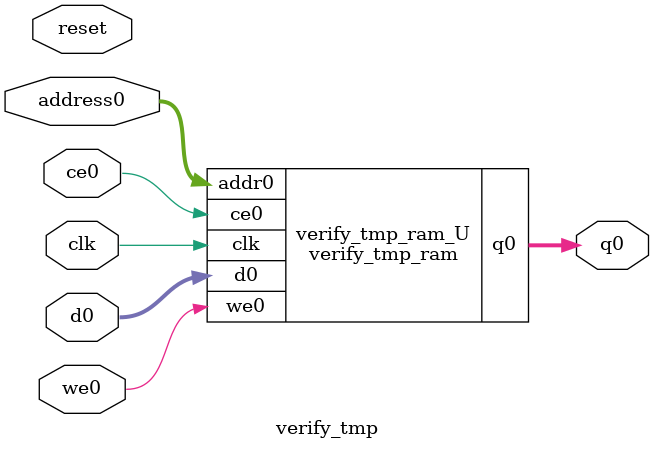
<source format=v>
`timescale 1 ns / 1 ps
module verify_tmp_ram (addr0, ce0, d0, we0, q0,  clk);

parameter DWIDTH = 8;
parameter AWIDTH = 7;
parameter MEM_SIZE = 96;

input[AWIDTH-1:0] addr0;
input ce0;
input[DWIDTH-1:0] d0;
input we0;
output reg[DWIDTH-1:0] q0;
input clk;

(* ram_style = "distributed" *)reg [DWIDTH-1:0] ram[0:MEM_SIZE-1];




always @(posedge clk)  
begin 
    if (ce0) begin
        if (we0) 
            ram[addr0] <= d0; 
        q0 <= ram[addr0];
    end
end


endmodule

`timescale 1 ns / 1 ps
module verify_tmp(
    reset,
    clk,
    address0,
    ce0,
    we0,
    d0,
    q0);

parameter DataWidth = 32'd8;
parameter AddressRange = 32'd96;
parameter AddressWidth = 32'd7;
input reset;
input clk;
input[AddressWidth - 1:0] address0;
input ce0;
input we0;
input[DataWidth - 1:0] d0;
output[DataWidth - 1:0] q0;



verify_tmp_ram verify_tmp_ram_U(
    .clk( clk ),
    .addr0( address0 ),
    .ce0( ce0 ),
    .we0( we0 ),
    .d0( d0 ),
    .q0( q0 ));

endmodule


</source>
